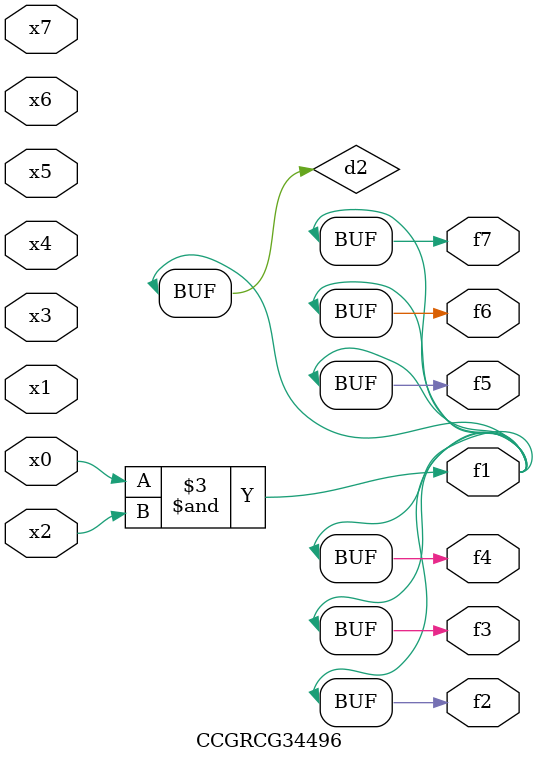
<source format=v>
module CCGRCG34496(
	input x0, x1, x2, x3, x4, x5, x6, x7,
	output f1, f2, f3, f4, f5, f6, f7
);

	wire d1, d2;

	nor (d1, x3, x6);
	and (d2, x0, x2);
	assign f1 = d2;
	assign f2 = d2;
	assign f3 = d2;
	assign f4 = d2;
	assign f5 = d2;
	assign f6 = d2;
	assign f7 = d2;
endmodule

</source>
